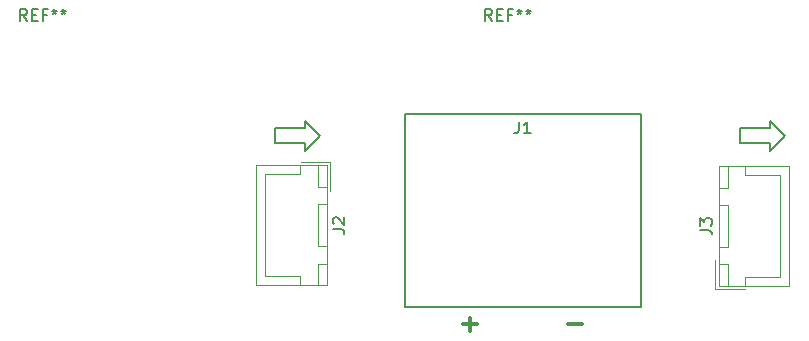
<source format=gbr>
G04 #@! TF.FileFunction,Legend,Top*
%FSLAX46Y46*%
G04 Gerber Fmt 4.6, Leading zero omitted, Abs format (unit mm)*
G04 Created by KiCad (PCBNEW 4.0.6) date Mon May  1 23:13:11 2017*
%MOMM*%
%LPD*%
G01*
G04 APERTURE LIST*
%ADD10C,0.100000*%
%ADD11C,0.300000*%
%ADD12C,0.150000*%
%ADD13C,0.120000*%
G04 APERTURE END LIST*
D10*
D11*
X171513572Y-97262143D02*
X172656429Y-97262143D01*
X162623572Y-97262143D02*
X163766429Y-97262143D01*
X163195000Y-97833571D02*
X163195000Y-96690714D01*
D12*
X186055000Y-80645000D02*
X188595000Y-80645000D01*
X188595000Y-80645000D02*
X188595000Y-80010000D01*
X188595000Y-80010000D02*
X189865000Y-81280000D01*
X189865000Y-81280000D02*
X188595000Y-82550000D01*
X188595000Y-82550000D02*
X188595000Y-81915000D01*
X188595000Y-81915000D02*
X186055000Y-81915000D01*
X186055000Y-81915000D02*
X186055000Y-80645000D01*
X157640000Y-79430000D02*
X177640000Y-79430000D01*
X177640000Y-79430000D02*
X177640000Y-95830000D01*
X177640000Y-95830000D02*
X157640000Y-95830000D01*
X157640000Y-95830000D02*
X157640000Y-79430000D01*
D13*
X151040000Y-83810000D02*
X145090000Y-83810000D01*
X145090000Y-83810000D02*
X145090000Y-93910000D01*
X145090000Y-93910000D02*
X151040000Y-93910000D01*
X151040000Y-93910000D02*
X151040000Y-83810000D01*
X151040000Y-87110000D02*
X150290000Y-87110000D01*
X150290000Y-87110000D02*
X150290000Y-90610000D01*
X150290000Y-90610000D02*
X151040000Y-90610000D01*
X151040000Y-90610000D02*
X151040000Y-87110000D01*
X151040000Y-83810000D02*
X150290000Y-83810000D01*
X150290000Y-83810000D02*
X150290000Y-85610000D01*
X150290000Y-85610000D02*
X151040000Y-85610000D01*
X151040000Y-85610000D02*
X151040000Y-83810000D01*
X151040000Y-92110000D02*
X150290000Y-92110000D01*
X150290000Y-92110000D02*
X150290000Y-93910000D01*
X150290000Y-93910000D02*
X151040000Y-93910000D01*
X151040000Y-93910000D02*
X151040000Y-92110000D01*
X148790000Y-83810000D02*
X148790000Y-84560000D01*
X148790000Y-84560000D02*
X145840000Y-84560000D01*
X145840000Y-84560000D02*
X145840000Y-88860000D01*
X148790000Y-93910000D02*
X148790000Y-93160000D01*
X148790000Y-93160000D02*
X145840000Y-93160000D01*
X145840000Y-93160000D02*
X145840000Y-88860000D01*
X151340000Y-86010000D02*
X151340000Y-83510000D01*
X151340000Y-83510000D02*
X148840000Y-83510000D01*
X184240000Y-93990000D02*
X190190000Y-93990000D01*
X190190000Y-93990000D02*
X190190000Y-83890000D01*
X190190000Y-83890000D02*
X184240000Y-83890000D01*
X184240000Y-83890000D02*
X184240000Y-93990000D01*
X184240000Y-90690000D02*
X184990000Y-90690000D01*
X184990000Y-90690000D02*
X184990000Y-87190000D01*
X184990000Y-87190000D02*
X184240000Y-87190000D01*
X184240000Y-87190000D02*
X184240000Y-90690000D01*
X184240000Y-93990000D02*
X184990000Y-93990000D01*
X184990000Y-93990000D02*
X184990000Y-92190000D01*
X184990000Y-92190000D02*
X184240000Y-92190000D01*
X184240000Y-92190000D02*
X184240000Y-93990000D01*
X184240000Y-85690000D02*
X184990000Y-85690000D01*
X184990000Y-85690000D02*
X184990000Y-83890000D01*
X184990000Y-83890000D02*
X184240000Y-83890000D01*
X184240000Y-83890000D02*
X184240000Y-85690000D01*
X186490000Y-93990000D02*
X186490000Y-93240000D01*
X186490000Y-93240000D02*
X189440000Y-93240000D01*
X189440000Y-93240000D02*
X189440000Y-88940000D01*
X186490000Y-83890000D02*
X186490000Y-84640000D01*
X186490000Y-84640000D02*
X189440000Y-84640000D01*
X189440000Y-84640000D02*
X189440000Y-88940000D01*
X183940000Y-91790000D02*
X183940000Y-94290000D01*
X183940000Y-94290000D02*
X186440000Y-94290000D01*
D12*
X146685000Y-80645000D02*
X149225000Y-80645000D01*
X149225000Y-80645000D02*
X149225000Y-80010000D01*
X149225000Y-80010000D02*
X150495000Y-81280000D01*
X150495000Y-81280000D02*
X149225000Y-82550000D01*
X149225000Y-82550000D02*
X149225000Y-81915000D01*
X149225000Y-81915000D02*
X146685000Y-81915000D01*
X146685000Y-81915000D02*
X146685000Y-80645000D01*
X165036667Y-71572381D02*
X164703333Y-71096190D01*
X164465238Y-71572381D02*
X164465238Y-70572381D01*
X164846191Y-70572381D01*
X164941429Y-70620000D01*
X164989048Y-70667619D01*
X165036667Y-70762857D01*
X165036667Y-70905714D01*
X164989048Y-71000952D01*
X164941429Y-71048571D01*
X164846191Y-71096190D01*
X164465238Y-71096190D01*
X165465238Y-71048571D02*
X165798572Y-71048571D01*
X165941429Y-71572381D02*
X165465238Y-71572381D01*
X165465238Y-70572381D01*
X165941429Y-70572381D01*
X166703334Y-71048571D02*
X166370000Y-71048571D01*
X166370000Y-71572381D02*
X166370000Y-70572381D01*
X166846191Y-70572381D01*
X167370000Y-70572381D02*
X167370000Y-70810476D01*
X167131905Y-70715238D02*
X167370000Y-70810476D01*
X167608096Y-70715238D01*
X167227143Y-71000952D02*
X167370000Y-70810476D01*
X167512858Y-71000952D01*
X168131905Y-70572381D02*
X168131905Y-70810476D01*
X167893810Y-70715238D02*
X168131905Y-70810476D01*
X168370001Y-70715238D01*
X167989048Y-71000952D02*
X168131905Y-70810476D01*
X168274763Y-71000952D01*
X167306667Y-80097381D02*
X167306667Y-80811667D01*
X167259047Y-80954524D01*
X167163809Y-81049762D01*
X167020952Y-81097381D01*
X166925714Y-81097381D01*
X168306667Y-81097381D02*
X167735238Y-81097381D01*
X168020952Y-81097381D02*
X168020952Y-80097381D01*
X167925714Y-80240238D01*
X167830476Y-80335476D01*
X167735238Y-80383095D01*
X151542381Y-89193333D02*
X152256667Y-89193333D01*
X152399524Y-89240953D01*
X152494762Y-89336191D01*
X152542381Y-89479048D01*
X152542381Y-89574286D01*
X151637619Y-88764762D02*
X151590000Y-88717143D01*
X151542381Y-88621905D01*
X151542381Y-88383809D01*
X151590000Y-88288571D01*
X151637619Y-88240952D01*
X151732857Y-88193333D01*
X151828095Y-88193333D01*
X151970952Y-88240952D01*
X152542381Y-88812381D01*
X152542381Y-88193333D01*
X182642381Y-89273333D02*
X183356667Y-89273333D01*
X183499524Y-89320953D01*
X183594762Y-89416191D01*
X183642381Y-89559048D01*
X183642381Y-89654286D01*
X182642381Y-88892381D02*
X182642381Y-88273333D01*
X183023333Y-88606667D01*
X183023333Y-88463809D01*
X183070952Y-88368571D01*
X183118571Y-88320952D01*
X183213810Y-88273333D01*
X183451905Y-88273333D01*
X183547143Y-88320952D01*
X183594762Y-88368571D01*
X183642381Y-88463809D01*
X183642381Y-88749524D01*
X183594762Y-88844762D01*
X183547143Y-88892381D01*
X125666667Y-71572381D02*
X125333333Y-71096190D01*
X125095238Y-71572381D02*
X125095238Y-70572381D01*
X125476191Y-70572381D01*
X125571429Y-70620000D01*
X125619048Y-70667619D01*
X125666667Y-70762857D01*
X125666667Y-70905714D01*
X125619048Y-71000952D01*
X125571429Y-71048571D01*
X125476191Y-71096190D01*
X125095238Y-71096190D01*
X126095238Y-71048571D02*
X126428572Y-71048571D01*
X126571429Y-71572381D02*
X126095238Y-71572381D01*
X126095238Y-70572381D01*
X126571429Y-70572381D01*
X127333334Y-71048571D02*
X127000000Y-71048571D01*
X127000000Y-71572381D02*
X127000000Y-70572381D01*
X127476191Y-70572381D01*
X128000000Y-70572381D02*
X128000000Y-70810476D01*
X127761905Y-70715238D02*
X128000000Y-70810476D01*
X128238096Y-70715238D01*
X127857143Y-71000952D02*
X128000000Y-70810476D01*
X128142858Y-71000952D01*
X128761905Y-70572381D02*
X128761905Y-70810476D01*
X128523810Y-70715238D02*
X128761905Y-70810476D01*
X129000001Y-70715238D01*
X128619048Y-71000952D02*
X128761905Y-70810476D01*
X128904763Y-71000952D01*
M02*

</source>
